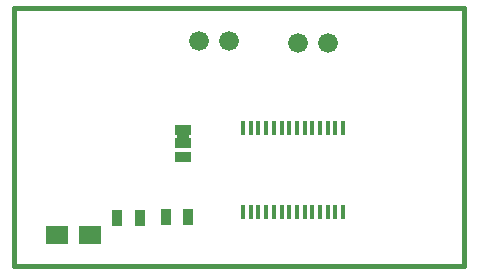
<source format=gtp>
G04 (created by PCBNEW-RS274X (2012-jan-04)-stable) date Fri 25 Jan 2013 16:17:33 CET*
G01*
G70*
G90*
%MOIN*%
G04 Gerber Fmt 3.4, Leading zero omitted, Abs format*
%FSLAX34Y34*%
G04 APERTURE LIST*
%ADD10C,0.006000*%
%ADD11C,0.015000*%
%ADD12R,0.016000X0.050000*%
%ADD13R,0.035000X0.055000*%
%ADD14C,0.066000*%
%ADD15R,0.055000X0.035000*%
%ADD16R,0.039400X0.055000*%
%ADD17R,0.076800X0.059100*%
G04 APERTURE END LIST*
G54D10*
G54D11*
X53350Y-37475D02*
X53375Y-37475D01*
X53350Y-46050D02*
X53350Y-37475D01*
X68350Y-46050D02*
X53350Y-46050D01*
X68350Y-37450D02*
X68350Y-46050D01*
X53350Y-37450D02*
X68350Y-37450D01*
G54D12*
X61002Y-44229D03*
X61252Y-44229D03*
X61512Y-44229D03*
X61772Y-44229D03*
X62022Y-44229D03*
X62282Y-44229D03*
X62542Y-44229D03*
X62792Y-44229D03*
X63052Y-44229D03*
X63302Y-44229D03*
X63562Y-44229D03*
X63822Y-44229D03*
X64072Y-44229D03*
X64332Y-44229D03*
X64332Y-41429D03*
X64072Y-41429D03*
X63832Y-41429D03*
X63562Y-41429D03*
X63302Y-41429D03*
X63052Y-41429D03*
X62792Y-41429D03*
X62542Y-41429D03*
X62282Y-41429D03*
X62022Y-41429D03*
X61772Y-41429D03*
X61512Y-41429D03*
X61252Y-41429D03*
X61002Y-41429D03*
G54D13*
X58425Y-44425D03*
X59175Y-44425D03*
X56799Y-44457D03*
X57549Y-44457D03*
G54D14*
X60520Y-38555D03*
X59520Y-38555D03*
X63840Y-38595D03*
X62840Y-38595D03*
G54D15*
X59000Y-41955D03*
X59000Y-41495D03*
X59000Y-42405D03*
G54D16*
X59000Y-41740D03*
G54D17*
X54799Y-45020D03*
X55881Y-45020D03*
M02*

</source>
